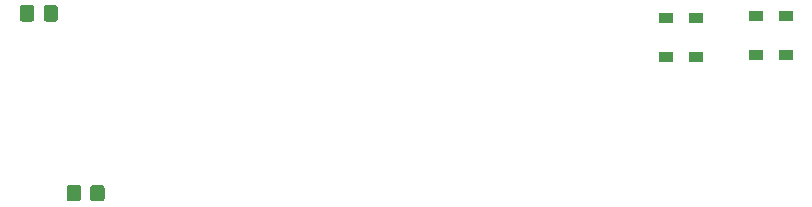
<source format=gbr>
G04 #@! TF.GenerationSoftware,KiCad,Pcbnew,5.1.5+dfsg1-2build2*
G04 #@! TF.CreationDate,2023-12-23T23:04:05+00:00*
G04 #@! TF.ProjectId,small_esc,736d616c-6c5f-4657-9363-2e6b69636164,rev?*
G04 #@! TF.SameCoordinates,Original*
G04 #@! TF.FileFunction,Paste,Top*
G04 #@! TF.FilePolarity,Positive*
%FSLAX46Y46*%
G04 Gerber Fmt 4.6, Leading zero omitted, Abs format (unit mm)*
G04 Created by KiCad (PCBNEW 5.1.5+dfsg1-2build2) date 2023-12-23 23:04:05*
%MOMM*%
%LPD*%
G04 APERTURE LIST*
%ADD10C,0.100000*%
%ADD11R,1.200000X0.900000*%
G04 APERTURE END LIST*
D10*
G36*
X136144505Y-144071204D02*
G01*
X136168773Y-144074804D01*
X136192572Y-144080765D01*
X136215671Y-144089030D01*
X136237850Y-144099520D01*
X136258893Y-144112132D01*
X136278599Y-144126747D01*
X136296777Y-144143223D01*
X136313253Y-144161401D01*
X136327868Y-144181107D01*
X136340480Y-144202150D01*
X136350970Y-144224329D01*
X136359235Y-144247428D01*
X136365196Y-144271227D01*
X136368796Y-144295495D01*
X136370000Y-144319999D01*
X136370000Y-145220001D01*
X136368796Y-145244505D01*
X136365196Y-145268773D01*
X136359235Y-145292572D01*
X136350970Y-145315671D01*
X136340480Y-145337850D01*
X136327868Y-145358893D01*
X136313253Y-145378599D01*
X136296777Y-145396777D01*
X136278599Y-145413253D01*
X136258893Y-145427868D01*
X136237850Y-145440480D01*
X136215671Y-145450970D01*
X136192572Y-145459235D01*
X136168773Y-145465196D01*
X136144505Y-145468796D01*
X136120001Y-145470000D01*
X135419999Y-145470000D01*
X135395495Y-145468796D01*
X135371227Y-145465196D01*
X135347428Y-145459235D01*
X135324329Y-145450970D01*
X135302150Y-145440480D01*
X135281107Y-145427868D01*
X135261401Y-145413253D01*
X135243223Y-145396777D01*
X135226747Y-145378599D01*
X135212132Y-145358893D01*
X135199520Y-145337850D01*
X135189030Y-145315671D01*
X135180765Y-145292572D01*
X135174804Y-145268773D01*
X135171204Y-145244505D01*
X135170000Y-145220001D01*
X135170000Y-144319999D01*
X135171204Y-144295495D01*
X135174804Y-144271227D01*
X135180765Y-144247428D01*
X135189030Y-144224329D01*
X135199520Y-144202150D01*
X135212132Y-144181107D01*
X135226747Y-144161401D01*
X135243223Y-144143223D01*
X135261401Y-144126747D01*
X135281107Y-144112132D01*
X135302150Y-144099520D01*
X135324329Y-144089030D01*
X135347428Y-144080765D01*
X135371227Y-144074804D01*
X135395495Y-144071204D01*
X135419999Y-144070000D01*
X136120001Y-144070000D01*
X136144505Y-144071204D01*
G37*
G36*
X134144505Y-144071204D02*
G01*
X134168773Y-144074804D01*
X134192572Y-144080765D01*
X134215671Y-144089030D01*
X134237850Y-144099520D01*
X134258893Y-144112132D01*
X134278599Y-144126747D01*
X134296777Y-144143223D01*
X134313253Y-144161401D01*
X134327868Y-144181107D01*
X134340480Y-144202150D01*
X134350970Y-144224329D01*
X134359235Y-144247428D01*
X134365196Y-144271227D01*
X134368796Y-144295495D01*
X134370000Y-144319999D01*
X134370000Y-145220001D01*
X134368796Y-145244505D01*
X134365196Y-145268773D01*
X134359235Y-145292572D01*
X134350970Y-145315671D01*
X134340480Y-145337850D01*
X134327868Y-145358893D01*
X134313253Y-145378599D01*
X134296777Y-145396777D01*
X134278599Y-145413253D01*
X134258893Y-145427868D01*
X134237850Y-145440480D01*
X134215671Y-145450970D01*
X134192572Y-145459235D01*
X134168773Y-145465196D01*
X134144505Y-145468796D01*
X134120001Y-145470000D01*
X133419999Y-145470000D01*
X133395495Y-145468796D01*
X133371227Y-145465196D01*
X133347428Y-145459235D01*
X133324329Y-145450970D01*
X133302150Y-145440480D01*
X133281107Y-145427868D01*
X133261401Y-145413253D01*
X133243223Y-145396777D01*
X133226747Y-145378599D01*
X133212132Y-145358893D01*
X133199520Y-145337850D01*
X133189030Y-145315671D01*
X133180765Y-145292572D01*
X133174804Y-145268773D01*
X133171204Y-145244505D01*
X133170000Y-145220001D01*
X133170000Y-144319999D01*
X133171204Y-144295495D01*
X133174804Y-144271227D01*
X133180765Y-144247428D01*
X133189030Y-144224329D01*
X133199520Y-144202150D01*
X133212132Y-144181107D01*
X133226747Y-144161401D01*
X133243223Y-144143223D01*
X133261401Y-144126747D01*
X133281107Y-144112132D01*
X133302150Y-144099520D01*
X133324329Y-144089030D01*
X133347428Y-144080765D01*
X133371227Y-144074804D01*
X133395495Y-144071204D01*
X133419999Y-144070000D01*
X134120001Y-144070000D01*
X134144505Y-144071204D01*
G37*
G36*
X132184505Y-128841204D02*
G01*
X132208773Y-128844804D01*
X132232572Y-128850765D01*
X132255671Y-128859030D01*
X132277850Y-128869520D01*
X132298893Y-128882132D01*
X132318599Y-128896747D01*
X132336777Y-128913223D01*
X132353253Y-128931401D01*
X132367868Y-128951107D01*
X132380480Y-128972150D01*
X132390970Y-128994329D01*
X132399235Y-129017428D01*
X132405196Y-129041227D01*
X132408796Y-129065495D01*
X132410000Y-129089999D01*
X132410000Y-129990001D01*
X132408796Y-130014505D01*
X132405196Y-130038773D01*
X132399235Y-130062572D01*
X132390970Y-130085671D01*
X132380480Y-130107850D01*
X132367868Y-130128893D01*
X132353253Y-130148599D01*
X132336777Y-130166777D01*
X132318599Y-130183253D01*
X132298893Y-130197868D01*
X132277850Y-130210480D01*
X132255671Y-130220970D01*
X132232572Y-130229235D01*
X132208773Y-130235196D01*
X132184505Y-130238796D01*
X132160001Y-130240000D01*
X131459999Y-130240000D01*
X131435495Y-130238796D01*
X131411227Y-130235196D01*
X131387428Y-130229235D01*
X131364329Y-130220970D01*
X131342150Y-130210480D01*
X131321107Y-130197868D01*
X131301401Y-130183253D01*
X131283223Y-130166777D01*
X131266747Y-130148599D01*
X131252132Y-130128893D01*
X131239520Y-130107850D01*
X131229030Y-130085671D01*
X131220765Y-130062572D01*
X131214804Y-130038773D01*
X131211204Y-130014505D01*
X131210000Y-129990001D01*
X131210000Y-129089999D01*
X131211204Y-129065495D01*
X131214804Y-129041227D01*
X131220765Y-129017428D01*
X131229030Y-128994329D01*
X131239520Y-128972150D01*
X131252132Y-128951107D01*
X131266747Y-128931401D01*
X131283223Y-128913223D01*
X131301401Y-128896747D01*
X131321107Y-128882132D01*
X131342150Y-128869520D01*
X131364329Y-128859030D01*
X131387428Y-128850765D01*
X131411227Y-128844804D01*
X131435495Y-128841204D01*
X131459999Y-128840000D01*
X132160001Y-128840000D01*
X132184505Y-128841204D01*
G37*
G36*
X130184505Y-128841204D02*
G01*
X130208773Y-128844804D01*
X130232572Y-128850765D01*
X130255671Y-128859030D01*
X130277850Y-128869520D01*
X130298893Y-128882132D01*
X130318599Y-128896747D01*
X130336777Y-128913223D01*
X130353253Y-128931401D01*
X130367868Y-128951107D01*
X130380480Y-128972150D01*
X130390970Y-128994329D01*
X130399235Y-129017428D01*
X130405196Y-129041227D01*
X130408796Y-129065495D01*
X130410000Y-129089999D01*
X130410000Y-129990001D01*
X130408796Y-130014505D01*
X130405196Y-130038773D01*
X130399235Y-130062572D01*
X130390970Y-130085671D01*
X130380480Y-130107850D01*
X130367868Y-130128893D01*
X130353253Y-130148599D01*
X130336777Y-130166777D01*
X130318599Y-130183253D01*
X130298893Y-130197868D01*
X130277850Y-130210480D01*
X130255671Y-130220970D01*
X130232572Y-130229235D01*
X130208773Y-130235196D01*
X130184505Y-130238796D01*
X130160001Y-130240000D01*
X129459999Y-130240000D01*
X129435495Y-130238796D01*
X129411227Y-130235196D01*
X129387428Y-130229235D01*
X129364329Y-130220970D01*
X129342150Y-130210480D01*
X129321107Y-130197868D01*
X129301401Y-130183253D01*
X129283223Y-130166777D01*
X129266747Y-130148599D01*
X129252132Y-130128893D01*
X129239520Y-130107850D01*
X129229030Y-130085671D01*
X129220765Y-130062572D01*
X129214804Y-130038773D01*
X129211204Y-130014505D01*
X129210000Y-129990001D01*
X129210000Y-129089999D01*
X129211204Y-129065495D01*
X129214804Y-129041227D01*
X129220765Y-129017428D01*
X129229030Y-128994329D01*
X129239520Y-128972150D01*
X129252132Y-128951107D01*
X129266747Y-128931401D01*
X129283223Y-128913223D01*
X129301401Y-128896747D01*
X129321107Y-128882132D01*
X129342150Y-128869520D01*
X129364329Y-128859030D01*
X129387428Y-128850765D01*
X129411227Y-128844804D01*
X129435495Y-128841204D01*
X129459999Y-128840000D01*
X130160001Y-128840000D01*
X130184505Y-128841204D01*
G37*
D11*
X186436000Y-133222000D03*
X186436000Y-129922000D03*
X194056000Y-133095000D03*
X194056000Y-129795000D03*
X183896000Y-133222000D03*
X183896000Y-129922000D03*
X191516000Y-133095000D03*
X191516000Y-129795000D03*
M02*

</source>
